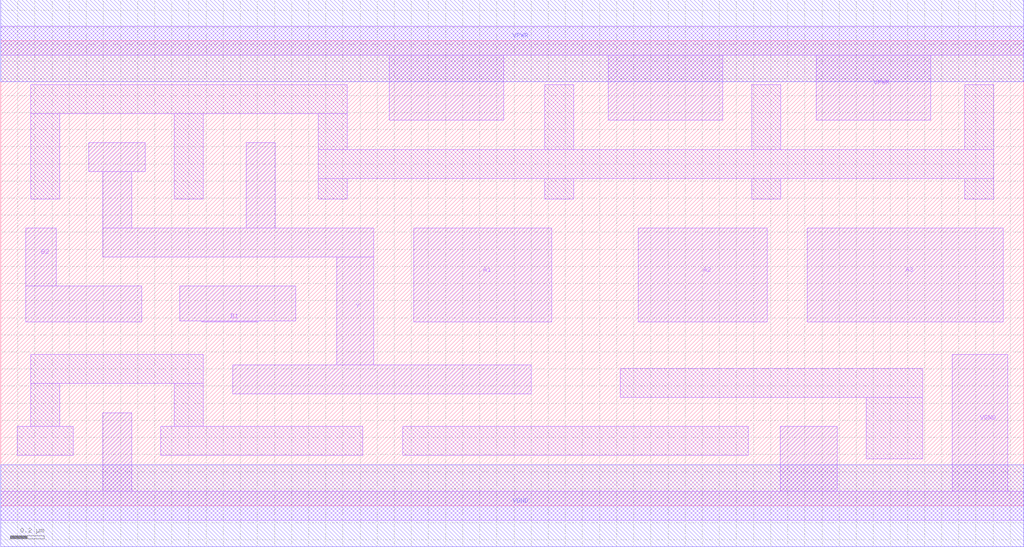
<source format=lef>
# Copyright 2020 The SkyWater PDK Authors
#
# Licensed under the Apache License, Version 2.0 (the "License");
# you may not use this file except in compliance with the License.
# You may obtain a copy of the License at
#
#     https://www.apache.org/licenses/LICENSE-2.0
#
# Unless required by applicable law or agreed to in writing, software
# distributed under the License is distributed on an "AS IS" BASIS,
# WITHOUT WARRANTIES OR CONDITIONS OF ANY KIND, either express or implied.
# See the License for the specific language governing permissions and
# limitations under the License.
#
# SPDX-License-Identifier: Apache-2.0

VERSION 5.5 ;
NAMESCASESENSITIVE ON ;
BUSBITCHARS "[]" ;
DIVIDERCHAR "/" ;
MACRO sky130_fd_sc_hd__a32oi_2
  CLASS CORE ;
  SOURCE USER ;
  ORIGIN  0.000000  0.000000 ;
  SIZE  5.980000 BY  2.720000 ;
  SYMMETRY X Y R90 ;
  SITE unithd ;
  PIN A1
    ANTENNAGATEAREA  0.495000 ;
    DIRECTION INPUT ;
    USE SIGNAL ;
    PORT
      LAYER li1 ;
        RECT 2.415000 1.075000 3.220000 1.625000 ;
    END
  END A1
  PIN A2
    ANTENNAGATEAREA  0.495000 ;
    DIRECTION INPUT ;
    USE SIGNAL ;
    PORT
      LAYER li1 ;
        RECT 3.725000 1.075000 4.480000 1.625000 ;
    END
  END A2
  PIN A3
    ANTENNAGATEAREA  0.495000 ;
    DIRECTION INPUT ;
    USE SIGNAL ;
    PORT
      LAYER li1 ;
        RECT 4.715000 1.075000 5.860000 1.625000 ;
    END
  END A3
  PIN B1
    ANTENNAGATEAREA  0.495000 ;
    DIRECTION INPUT ;
    USE SIGNAL ;
    PORT
      LAYER li1 ;
        RECT 1.045000 1.080000 1.725000 1.285000 ;
        RECT 1.175000 1.075000 1.505000 1.080000 ;
    END
  END B1
  PIN B2
    ANTENNAGATEAREA  0.495000 ;
    DIRECTION INPUT ;
    USE SIGNAL ;
    PORT
      LAYER li1 ;
        RECT 0.145000 1.075000 0.825000 1.285000 ;
        RECT 0.145000 1.285000 0.325000 1.625000 ;
    END
  END B2
  PIN Y
    ANTENNADIFFAREA  0.891000 ;
    DIRECTION OUTPUT ;
    USE SIGNAL ;
    PORT
      LAYER li1 ;
        RECT 0.515000 1.955000 0.845000 2.125000 ;
        RECT 0.595000 1.455000 2.180000 1.625000 ;
        RECT 0.595000 1.625000 0.765000 1.955000 ;
        RECT 1.355000 0.655000 3.100000 0.825000 ;
        RECT 1.435000 1.625000 1.605000 2.125000 ;
        RECT 1.965000 0.825000 2.180000 1.455000 ;
    END
  END Y
  PIN VGND
    DIRECTION INOUT ;
    SHAPE ABUTMENT ;
    USE GROUND ;
    PORT
      LAYER li1 ;
        RECT 0.000000 -0.085000 5.980000 0.085000 ;
        RECT 0.595000  0.085000 0.765000 0.545000 ;
        RECT 4.555000  0.085000 4.890000 0.465000 ;
        RECT 5.560000  0.085000 5.885000 0.885000 ;
    END
    PORT
      LAYER met1 ;
        RECT 0.000000 -0.240000 5.980000 0.240000 ;
    END
  END VGND
  PIN VPWR
    DIRECTION INOUT ;
    SHAPE ABUTMENT ;
    USE POWER ;
    PORT
      LAYER li1 ;
        RECT 0.000000 2.635000 5.980000 2.805000 ;
        RECT 2.270000 2.255000 2.940000 2.635000 ;
        RECT 3.550000 2.255000 4.220000 2.635000 ;
        RECT 4.765000 2.255000 5.435000 2.635000 ;
    END
    PORT
      LAYER met1 ;
        RECT 0.000000 2.480000 5.980000 2.960000 ;
    END
  END VPWR
  OBS
    LAYER li1 ;
      RECT 0.095000 0.295000 0.425000 0.465000 ;
      RECT 0.175000 0.465000 0.345000 0.715000 ;
      RECT 0.175000 0.715000 1.185000 0.885000 ;
      RECT 0.175000 1.795000 0.345000 2.295000 ;
      RECT 0.175000 2.295000 2.025000 2.465000 ;
      RECT 0.935000 0.295000 2.115000 0.465000 ;
      RECT 1.015000 0.465000 1.185000 0.715000 ;
      RECT 1.015000 1.795000 1.185000 2.295000 ;
      RECT 1.855000 1.795000 2.025000 1.915000 ;
      RECT 1.855000 1.915000 5.805000 2.085000 ;
      RECT 1.855000 2.085000 2.025000 2.295000 ;
      RECT 2.350000 0.295000 4.370000 0.465000 ;
      RECT 3.180000 1.795000 3.350000 1.915000 ;
      RECT 3.180000 2.085000 3.350000 2.465000 ;
      RECT 3.620000 0.635000 5.390000 0.805000 ;
      RECT 4.390000 1.795000 4.560000 1.915000 ;
      RECT 4.390000 2.085000 4.560000 2.465000 ;
      RECT 5.060000 0.275000 5.390000 0.635000 ;
      RECT 5.635000 1.795000 5.805000 1.915000 ;
      RECT 5.635000 2.085000 5.805000 2.465000 ;
  END
END sky130_fd_sc_hd__a32oi_2
END LIBRARY

</source>
